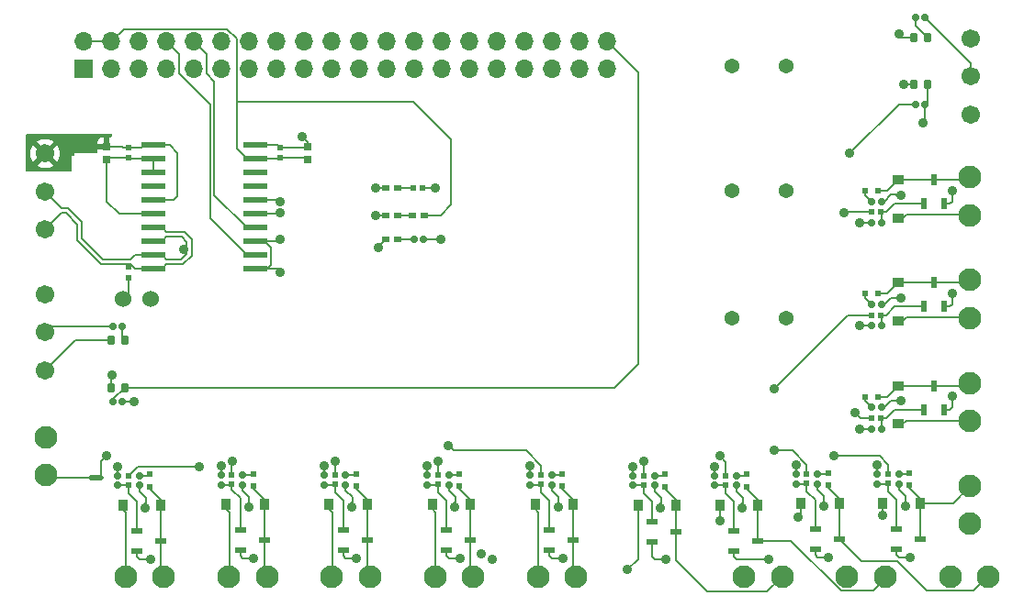
<source format=gtl>
G04 #@! TF.GenerationSoftware,KiCad,Pcbnew,8.0.4*
G04 #@! TF.CreationDate,2024-09-09T22:35:46-05:00*
G04 #@! TF.ProjectId,TPM-IO-BOARD,54504d2d-494f-42d4-924f-4152442e6b69,rev?*
G04 #@! TF.SameCoordinates,Original*
G04 #@! TF.FileFunction,Copper,L1,Top*
G04 #@! TF.FilePolarity,Positive*
%FSLAX46Y46*%
G04 Gerber Fmt 4.6, Leading zero omitted, Abs format (unit mm)*
G04 Created by KiCad (PCBNEW 8.0.4) date 2024-09-09 22:35:46*
%MOMM*%
%LPD*%
G01*
G04 APERTURE LIST*
G04 Aperture macros list*
%AMRoundRect*
0 Rectangle with rounded corners*
0 $1 Rounding radius*
0 $2 $3 $4 $5 $6 $7 $8 $9 X,Y pos of 4 corners*
0 Add a 4 corners polygon primitive as box body*
4,1,4,$2,$3,$4,$5,$6,$7,$8,$9,$2,$3,0*
0 Add four circle primitives for the rounded corners*
1,1,$1+$1,$2,$3*
1,1,$1+$1,$4,$5*
1,1,$1+$1,$6,$7*
1,1,$1+$1,$8,$9*
0 Add four rect primitives between the rounded corners*
20,1,$1+$1,$2,$3,$4,$5,0*
20,1,$1+$1,$4,$5,$6,$7,0*
20,1,$1+$1,$6,$7,$8,$9,0*
20,1,$1+$1,$8,$9,$2,$3,0*%
G04 Aperture macros list end*
G04 #@! TA.AperFunction,EtchedComponent*
%ADD10C,0.000000*%
G04 #@! TD*
G04 #@! TA.AperFunction,ComponentPad*
%ADD11C,1.524000*%
G04 #@! TD*
G04 #@! TA.AperFunction,ComponentPad*
%ADD12C,1.371600*%
G04 #@! TD*
G04 #@! TA.AperFunction,SMDPad,CuDef*
%ADD13R,0.596900X0.609600*%
G04 #@! TD*
G04 #@! TA.AperFunction,SMDPad,CuDef*
%ADD14RoundRect,0.158750X-0.158750X-0.158750X0.158750X-0.158750X0.158750X0.158750X-0.158750X0.158750X0*%
G04 #@! TD*
G04 #@! TA.AperFunction,SMDPad,CuDef*
%ADD15R,1.130000X0.920000*%
G04 #@! TD*
G04 #@! TA.AperFunction,ComponentPad*
%ADD16C,2.100000*%
G04 #@! TD*
G04 #@! TA.AperFunction,SMDPad,CuDef*
%ADD17R,0.609600X0.596900*%
G04 #@! TD*
G04 #@! TA.AperFunction,SMDPad,CuDef*
%ADD18RoundRect,0.175000X-0.175000X0.275000X-0.175000X-0.275000X0.175000X-0.275000X0.175000X0.275000X0*%
G04 #@! TD*
G04 #@! TA.AperFunction,SMDPad,CuDef*
%ADD19RoundRect,0.158750X0.158750X-0.158750X0.158750X0.158750X-0.158750X0.158750X-0.158750X-0.158750X0*%
G04 #@! TD*
G04 #@! TA.AperFunction,SMDPad,CuDef*
%ADD20R,0.540000X0.600000*%
G04 #@! TD*
G04 #@! TA.AperFunction,SMDPad,CuDef*
%ADD21R,0.920000X1.130000*%
G04 #@! TD*
G04 #@! TA.AperFunction,SMDPad,CuDef*
%ADD22R,0.500000X0.475000*%
G04 #@! TD*
G04 #@! TA.AperFunction,SMDPad,CuDef*
%ADD23C,0.500000*%
G04 #@! TD*
G04 #@! TA.AperFunction,SMDPad,CuDef*
%ADD24R,1.050000X0.600000*%
G04 #@! TD*
G04 #@! TA.AperFunction,SMDPad,CuDef*
%ADD25R,0.600000X0.540000*%
G04 #@! TD*
G04 #@! TA.AperFunction,SMDPad,CuDef*
%ADD26R,2.283478X0.622132*%
G04 #@! TD*
G04 #@! TA.AperFunction,SMDPad,CuDef*
%ADD27R,0.711200X0.609600*%
G04 #@! TD*
G04 #@! TA.AperFunction,SMDPad,CuDef*
%ADD28R,0.711200X0.711200*%
G04 #@! TD*
G04 #@! TA.AperFunction,ComponentPad*
%ADD29C,1.701800*%
G04 #@! TD*
G04 #@! TA.AperFunction,SMDPad,CuDef*
%ADD30RoundRect,0.158750X-0.158750X0.158750X-0.158750X-0.158750X0.158750X-0.158750X0.158750X0.158750X0*%
G04 #@! TD*
G04 #@! TA.AperFunction,SMDPad,CuDef*
%ADD31R,0.600000X1.050000*%
G04 #@! TD*
G04 #@! TA.AperFunction,SMDPad,CuDef*
%ADD32R,0.549999X0.503199*%
G04 #@! TD*
G04 #@! TA.AperFunction,SMDPad,CuDef*
%ADD33R,0.660400X0.508000*%
G04 #@! TD*
G04 #@! TA.AperFunction,ComponentPad*
%ADD34R,1.700000X1.700000*%
G04 #@! TD*
G04 #@! TA.AperFunction,ComponentPad*
%ADD35O,1.700000X1.700000*%
G04 #@! TD*
G04 #@! TA.AperFunction,ViaPad*
%ADD36C,0.900000*%
G04 #@! TD*
G04 #@! TA.AperFunction,Conductor*
%ADD37C,0.200000*%
G04 #@! TD*
G04 APERTURE END LIST*
D10*
G04 #@! TA.AperFunction,EtchedComponent*
G36*
X110000000Y-86750000D02*
G01*
X109000000Y-86750000D01*
X109000000Y-86250000D01*
X110000000Y-86250000D01*
X110000000Y-86750000D01*
G37*
G04 #@! TD.AperFunction*
D11*
X114540000Y-70000000D03*
X112000000Y-70000000D03*
D12*
X168166750Y-60000000D03*
X173166750Y-60000000D03*
D13*
X181552450Y-79019583D03*
X180447550Y-79019583D03*
D14*
X121028489Y-86255336D03*
X121028489Y-87144336D03*
D15*
X183427967Y-62500000D03*
X183427967Y-59000000D03*
D16*
X188250000Y-95600000D03*
X191750000Y-95600000D03*
D17*
X142980417Y-87230417D03*
X142980417Y-86125517D03*
D18*
X186135000Y-45825000D03*
X184865000Y-45825000D03*
X184865000Y-50175000D03*
X186135000Y-50175000D03*
D19*
X181005336Y-72471511D03*
X181894336Y-72471511D03*
D14*
X132528489Y-86255336D03*
X132528489Y-87144336D03*
D20*
X181017836Y-71471511D03*
X181881836Y-71471511D03*
D21*
X121500000Y-88927967D03*
X125000000Y-88927967D03*
D22*
X112500000Y-68012000D03*
X112500000Y-66988000D03*
D23*
X110000000Y-86500000D03*
X109000000Y-86500000D03*
D24*
X160772564Y-90550000D03*
X160772564Y-92450000D03*
X162972564Y-91500000D03*
D17*
X114451928Y-87302450D03*
X114451928Y-86197550D03*
D16*
X178750000Y-95600000D03*
X182250000Y-95600000D03*
D25*
X182527436Y-86180048D03*
X182527436Y-87044048D03*
D19*
X111055500Y-79500000D03*
X111944500Y-79500000D03*
D14*
X181527436Y-86167548D03*
X181527436Y-87056548D03*
X123028489Y-86255336D03*
X123028489Y-87144336D03*
D26*
X124225149Y-67215000D03*
X124225149Y-65945000D03*
X124225149Y-64675000D03*
X124225149Y-63405000D03*
X124225149Y-62135000D03*
X124225149Y-60865000D03*
X124225149Y-59595000D03*
X124225149Y-58325000D03*
X124225149Y-57055000D03*
X124225149Y-55785000D03*
X114774851Y-55785000D03*
X114774851Y-57055000D03*
X114774851Y-58325000D03*
X114774851Y-59595000D03*
X114774851Y-60865000D03*
X114774851Y-62135000D03*
X114774851Y-63405000D03*
X114774851Y-64675000D03*
X114774851Y-65945000D03*
X114774851Y-67215000D03*
D27*
X136203900Y-59750000D03*
X137296100Y-59750000D03*
D24*
X132301053Y-91296556D03*
X132301053Y-93196556D03*
X134501053Y-92246556D03*
D19*
X181005336Y-60971511D03*
X181894336Y-60971511D03*
D14*
X140028489Y-86255336D03*
X140028489Y-87144336D03*
D16*
X190100000Y-62250000D03*
X190100000Y-58750000D03*
D28*
X129000000Y-57096900D03*
X129000000Y-55903100D03*
D29*
X104823590Y-56567399D03*
X104823590Y-60067400D03*
X104823590Y-63567400D03*
D17*
X176980417Y-87142629D03*
X176980417Y-86037729D03*
D24*
X168301053Y-91368589D03*
X168301053Y-93268589D03*
X170501053Y-92318589D03*
D14*
X149528489Y-86255336D03*
X149528489Y-87144336D03*
D25*
X160000000Y-86339869D03*
X160000000Y-87203869D03*
D16*
X131250000Y-95600000D03*
X134750000Y-95600000D03*
D30*
X111944500Y-72500000D03*
X111055500Y-72500000D03*
D25*
X122028489Y-86267836D03*
X122028489Y-87131836D03*
D31*
X185796556Y-70698947D03*
X187696556Y-70698947D03*
X186746556Y-68498947D03*
D13*
X181552450Y-60000000D03*
X180447550Y-60000000D03*
D21*
X150000000Y-88927967D03*
X153500000Y-88927967D03*
D16*
X121750000Y-95600000D03*
X125250000Y-95600000D03*
D12*
X168166750Y-48500000D03*
X173166750Y-48500000D03*
D21*
X140500000Y-88927967D03*
X144000000Y-88927967D03*
D19*
X181005336Y-79971511D03*
X181894336Y-79971511D03*
D16*
X190100000Y-90750000D03*
X190100000Y-87250000D03*
D31*
X185796556Y-61198947D03*
X187696556Y-61198947D03*
X186746556Y-58998947D03*
D14*
X151528489Y-86255336D03*
X151528489Y-87144336D03*
X161000000Y-86327369D03*
X161000000Y-87216369D03*
D24*
X151301053Y-91296556D03*
X151301053Y-93196556D03*
X153501053Y-92246556D03*
D12*
X168166750Y-71750000D03*
X173166750Y-71750000D03*
D29*
X104823590Y-69567399D03*
X104823590Y-73067400D03*
X104823590Y-76567400D03*
D14*
X176028489Y-86167548D03*
X176028489Y-87056548D03*
D32*
X126500000Y-56976599D03*
X126500000Y-56023401D03*
X112500000Y-56976599D03*
X112500000Y-56023401D03*
D14*
X111500000Y-86327369D03*
X111500000Y-87216369D03*
D16*
X190100000Y-81250000D03*
X190100000Y-77750000D03*
D20*
X181017836Y-61971511D03*
X181881836Y-61971511D03*
D27*
X136203900Y-64500000D03*
X137296100Y-64500000D03*
D16*
X150250000Y-95600000D03*
X153750000Y-95600000D03*
D24*
X183300000Y-91208768D03*
X183300000Y-93108768D03*
X185500000Y-92158768D03*
D21*
X111971511Y-89000000D03*
X115471511Y-89000000D03*
D24*
X122801053Y-91296556D03*
X122801053Y-93196556D03*
X125001053Y-92246556D03*
D25*
X150528489Y-86267836D03*
X150528489Y-87131836D03*
D24*
X141801053Y-91296556D03*
X141801053Y-93196556D03*
X144001053Y-92246556D03*
D19*
X181005336Y-81971511D03*
X181894336Y-81971511D03*
D14*
X130528489Y-86255336D03*
X130528489Y-87144336D03*
D25*
X131528489Y-86267836D03*
X131528489Y-87131836D03*
D21*
X167000000Y-89000000D03*
X170500000Y-89000000D03*
D14*
X142028489Y-86255336D03*
X142028489Y-87144336D03*
D17*
X184479364Y-87142629D03*
X184479364Y-86037729D03*
D14*
X113500000Y-86327369D03*
X113500000Y-87216369D03*
D17*
X169480417Y-87302450D03*
X169480417Y-86197550D03*
D21*
X181998947Y-88840179D03*
X185498947Y-88840179D03*
D16*
X169250000Y-95600000D03*
X172750000Y-95600000D03*
D27*
X136203900Y-62250000D03*
X137296100Y-62250000D03*
D25*
X141028489Y-86267836D03*
X141028489Y-87131836D03*
X175028489Y-86180048D03*
X175028489Y-87044048D03*
D16*
X140750000Y-95600000D03*
X144250000Y-95600000D03*
D17*
X161951928Y-87302450D03*
X161951928Y-86197550D03*
D21*
X131000000Y-88927967D03*
X134500000Y-88927967D03*
D25*
X167528489Y-86339869D03*
X167528489Y-87203869D03*
D16*
X190100000Y-71750000D03*
X190100000Y-68250000D03*
D24*
X113272564Y-91368589D03*
X113272564Y-93268589D03*
X115472564Y-92318589D03*
D19*
X181005336Y-62971511D03*
X181894336Y-62971511D03*
D14*
X174028489Y-86167548D03*
X174028489Y-87056548D03*
X166528489Y-86327369D03*
X166528489Y-87216369D03*
D17*
X133480417Y-87230417D03*
X133480417Y-86125517D03*
D29*
X190176410Y-52932601D03*
X190176410Y-49432600D03*
X190176410Y-45932600D03*
D15*
X183427967Y-81500000D03*
X183427967Y-78000000D03*
D14*
X183527436Y-86167548D03*
X183527436Y-87056548D03*
D16*
X104900000Y-82750000D03*
X104900000Y-86250000D03*
D14*
X168528489Y-86327369D03*
X168528489Y-87216369D03*
D19*
X181005336Y-70471511D03*
X181894336Y-70471511D03*
D13*
X181552450Y-69519583D03*
X180447550Y-69519583D03*
D24*
X175801053Y-91208768D03*
X175801053Y-93108768D03*
X178001053Y-92158768D03*
D21*
X174500000Y-88840179D03*
X178000000Y-88840179D03*
D17*
X123980417Y-87230417D03*
X123980417Y-86125517D03*
D15*
X183427967Y-72000000D03*
X183427967Y-68500000D03*
D19*
X138805500Y-64500000D03*
X139694500Y-64500000D03*
D28*
X110500000Y-57096900D03*
X110500000Y-55903100D03*
D19*
X185055500Y-44000000D03*
X185944500Y-44000000D03*
D16*
X112250000Y-95600000D03*
X115750000Y-95600000D03*
D25*
X112500000Y-86339869D03*
X112500000Y-87203869D03*
D14*
X159000000Y-86327369D03*
X159000000Y-87216369D03*
D17*
X152480417Y-87230417D03*
X152480417Y-86125517D03*
D31*
X185796556Y-80198947D03*
X187696556Y-80198947D03*
X186746556Y-77998947D03*
D21*
X159471511Y-89000000D03*
X162971511Y-89000000D03*
D20*
X181017836Y-80971511D03*
X181881836Y-80971511D03*
D33*
X139808800Y-62250000D03*
X138691200Y-62250000D03*
D18*
X112135000Y-73825000D03*
X110865000Y-73825000D03*
X110865000Y-78175000D03*
X112135000Y-78175000D03*
D20*
X138750000Y-59750000D03*
X139614000Y-59750000D03*
D30*
X185944500Y-52000000D03*
X185055500Y-52000000D03*
D34*
X108370000Y-48770000D03*
D35*
X108370000Y-46230000D03*
X110910000Y-48770000D03*
X110910000Y-46230000D03*
X113450000Y-48770000D03*
X113450000Y-46230000D03*
X115990000Y-48770000D03*
X115990000Y-46230000D03*
X118530000Y-48770000D03*
X118530000Y-46230000D03*
X121070000Y-48770000D03*
X121070000Y-46230000D03*
X123610000Y-48770000D03*
X123610000Y-46230000D03*
X126150000Y-48770000D03*
X126150000Y-46230000D03*
X128690000Y-48770000D03*
X128690000Y-46230000D03*
X131230000Y-48770000D03*
X131230000Y-46230000D03*
X133770000Y-48770000D03*
X133770000Y-46230000D03*
X136310000Y-48770000D03*
X136310000Y-46230000D03*
X138850000Y-48770000D03*
X138850000Y-46230000D03*
X141390000Y-48770000D03*
X141390000Y-46230000D03*
X143930000Y-48770000D03*
X143930000Y-46230000D03*
X146470000Y-48770000D03*
X146470000Y-46230000D03*
X149010000Y-48770000D03*
X149010000Y-46230000D03*
X151550000Y-48770000D03*
X151550000Y-46230000D03*
X154090000Y-48770000D03*
X154090000Y-46230000D03*
X156630000Y-48770000D03*
X156630000Y-46230000D03*
D36*
X111500000Y-85500000D03*
X179927967Y-81971511D03*
X166528489Y-85500000D03*
X111000000Y-77000000D03*
X140028489Y-85427967D03*
X179927967Y-62971511D03*
X135250000Y-59750000D03*
X179927967Y-72471511D03*
X121028489Y-85427967D03*
X128500000Y-55000000D03*
X110500000Y-84500000D03*
X174028489Y-85340179D03*
X184000000Y-50175000D03*
X181527436Y-85340179D03*
X159000000Y-85500000D03*
X149528489Y-85427967D03*
X126500000Y-61000000D03*
X130528489Y-85427967D03*
X135250000Y-62250000D03*
X126500000Y-62000000D03*
X122035146Y-84984518D03*
X119000000Y-85500000D03*
X131535146Y-84984518D03*
X141035146Y-84984518D03*
X142000000Y-83500000D03*
X160000000Y-85000000D03*
X167000000Y-84500000D03*
X172000000Y-84000000D03*
X177500000Y-84500000D03*
X179500000Y-80500000D03*
X172000000Y-78250000D03*
X178500000Y-62000000D03*
X185750000Y-53750000D03*
X140750000Y-59750000D03*
X126500000Y-64500000D03*
X179000000Y-56500000D03*
X113000000Y-79500000D03*
X126500000Y-67500000D03*
X158500000Y-95000000D03*
X146000000Y-94000000D03*
X142597157Y-89179577D03*
X169097157Y-89251610D03*
X114068668Y-89251610D03*
X184096104Y-89091789D03*
X176597157Y-89091789D03*
X183679577Y-69902843D03*
X123597157Y-89179577D03*
X174251915Y-90174577D03*
X152097157Y-89179577D03*
X183679577Y-79402843D03*
X182000000Y-90000000D03*
X133097157Y-89179577D03*
X161568668Y-89251610D03*
X167000000Y-90500000D03*
X183679577Y-60402843D03*
X141250000Y-64500000D03*
X117580222Y-65436627D03*
X114500000Y-94000000D03*
X145000000Y-93500000D03*
X171500000Y-94000000D03*
X184527436Y-93840179D03*
X188427967Y-69471511D03*
X124028489Y-93927967D03*
X135500000Y-65250000D03*
X188427967Y-59971511D03*
X152528489Y-93927967D03*
X188427967Y-78971511D03*
X177028489Y-93840179D03*
X133528489Y-93927967D03*
X143028489Y-93927967D03*
X162000000Y-94000000D03*
X183500000Y-45500000D03*
D37*
X184000000Y-50175000D02*
X184865000Y-50175000D01*
X126365000Y-62135000D02*
X126500000Y-62000000D01*
X110865000Y-78175000D02*
X110865000Y-77135000D01*
X126500000Y-56023401D02*
X128879699Y-56023401D01*
X129000000Y-55500000D02*
X128500000Y-55000000D01*
X181527436Y-86167548D02*
X181527436Y-85340179D01*
X149528489Y-86255336D02*
X149528489Y-85427967D01*
X121028489Y-86255336D02*
X121028489Y-85427967D01*
X126261599Y-55785000D02*
X126500000Y-56023401D01*
X181005336Y-62971511D02*
X179927967Y-62971511D01*
X166528489Y-86327369D02*
X166528489Y-85500000D01*
X135953900Y-59750000D02*
X135250000Y-59750000D01*
X124225149Y-55785000D02*
X126261599Y-55785000D01*
X159000000Y-86327369D02*
X159000000Y-85500000D01*
X130528489Y-86255336D02*
X130528489Y-85427967D01*
X135250000Y-59750000D02*
X135000000Y-59750000D01*
X128879699Y-56023401D02*
X129000000Y-55903100D01*
X110865000Y-77135000D02*
X111000000Y-77000000D01*
X126365000Y-60865000D02*
X126500000Y-61000000D01*
X111500000Y-86327369D02*
X111500000Y-85500000D01*
X110000000Y-85000000D02*
X110500000Y-84500000D01*
X110000000Y-86500000D02*
X110000000Y-85000000D01*
X181005336Y-81971511D02*
X179927967Y-81971511D01*
X129000000Y-55903100D02*
X129000000Y-55500000D01*
X174028489Y-86167548D02*
X174028489Y-85340179D01*
X124225149Y-60865000D02*
X126365000Y-60865000D01*
X136203900Y-62250000D02*
X135250000Y-62250000D01*
X124225149Y-62135000D02*
X126365000Y-62135000D01*
X140028489Y-85427967D02*
X140028489Y-86255336D01*
X181005336Y-72471511D02*
X179927967Y-72471511D01*
X120000000Y-52000000D02*
X117140000Y-49140000D01*
X123394476Y-65945000D02*
X120000000Y-62550524D01*
X120000000Y-62550524D02*
X120000000Y-52000000D01*
X124225149Y-65945000D02*
X123394476Y-65945000D01*
X117140000Y-47380000D02*
X115990000Y-46230000D01*
X117140000Y-49140000D02*
X117140000Y-47380000D01*
X123394476Y-63405000D02*
X120400000Y-60410524D01*
X120400000Y-60410524D02*
X120400000Y-49900000D01*
X119680000Y-49180000D02*
X119680000Y-47380000D01*
X124225149Y-63405000D02*
X123394476Y-63405000D01*
X120400000Y-49900000D02*
X119680000Y-49180000D01*
X119680000Y-47380000D02*
X118530000Y-46230000D01*
X122028489Y-84991175D02*
X122035146Y-84984518D01*
X122028489Y-86267836D02*
X122028489Y-84991175D01*
X119000000Y-85500000D02*
X113339869Y-85500000D01*
X113339869Y-85500000D02*
X112500000Y-86339869D01*
X131528489Y-86267836D02*
X131528489Y-84991175D01*
X131528489Y-84991175D02*
X131535146Y-84984518D01*
X141035146Y-84984518D02*
X141035146Y-86261179D01*
X141028489Y-84991175D02*
X141035146Y-84984518D01*
X141035146Y-86261179D02*
X141028489Y-86267836D01*
X142000000Y-83500000D02*
X142489820Y-83989820D01*
X150528489Y-86267836D02*
X150528489Y-85367306D01*
X142489820Y-83989820D02*
X149151003Y-83989820D01*
X149151003Y-83989820D02*
X150528489Y-85367306D01*
X160000000Y-86339869D02*
X160000000Y-85000000D01*
X167528489Y-85028489D02*
X167000000Y-84500000D01*
X167528489Y-86339869D02*
X167528489Y-85028489D01*
X173748971Y-84000000D02*
X172000000Y-84000000D01*
X175028489Y-85279518D02*
X175028489Y-86180048D01*
X175028489Y-85279518D02*
X173748971Y-84000000D01*
X181747918Y-84500000D02*
X177500000Y-84500000D01*
X182527436Y-86180048D02*
X182527436Y-85279518D01*
X182527436Y-85279518D02*
X181747918Y-84500000D01*
X181017836Y-80971511D02*
X179971511Y-80971511D01*
X179971511Y-80971511D02*
X179500000Y-80500000D01*
X172000000Y-78250000D02*
X178778489Y-71471511D01*
X178778489Y-71471511D02*
X181017836Y-71471511D01*
X178528489Y-61971511D02*
X178500000Y-62000000D01*
X181017836Y-61971511D02*
X178528489Y-61971511D01*
X186135000Y-51809500D02*
X185944500Y-52000000D01*
X185944500Y-52000000D02*
X185944500Y-53555500D01*
X185944500Y-53555500D02*
X185750000Y-53750000D01*
X186135000Y-50175000D02*
X186135000Y-51809500D01*
X159500000Y-49100000D02*
X156630000Y-46230000D01*
X111055500Y-79500000D02*
X111055500Y-79254500D01*
X112135000Y-78175000D02*
X157325000Y-78175000D01*
X159500000Y-76000000D02*
X159500000Y-49100000D01*
X157325000Y-78175000D02*
X159500000Y-76000000D01*
X111055500Y-79254500D02*
X112135000Y-78175000D01*
X142250000Y-61250000D02*
X141250000Y-62250000D01*
X141250000Y-62250000D02*
X139808800Y-62250000D01*
X122460000Y-51750000D02*
X122460000Y-45960000D01*
X124225149Y-57055000D02*
X126421599Y-57055000D01*
X142250000Y-55250000D02*
X142250000Y-61250000D01*
X138750000Y-51750000D02*
X142250000Y-55250000D01*
X123394476Y-57055000D02*
X122460000Y-56120524D01*
X122460000Y-51750000D02*
X138750000Y-51750000D01*
X122460000Y-56120524D02*
X122460000Y-51750000D01*
X110910000Y-46230000D02*
X112060000Y-45080000D01*
X122460000Y-45960000D02*
X121580000Y-45080000D01*
X126500000Y-56976599D02*
X128879699Y-56976599D01*
X126421599Y-57055000D02*
X126500000Y-56976599D01*
X121580000Y-45080000D02*
X112060000Y-45080000D01*
X128879699Y-56976599D02*
X129000000Y-57096900D01*
X108370000Y-46230000D02*
X110910000Y-46230000D01*
X124225149Y-57055000D02*
X123394476Y-57055000D01*
X185055500Y-52000000D02*
X183500000Y-52000000D01*
X125666888Y-65286066D02*
X125055822Y-64675000D01*
X139614000Y-59750000D02*
X140750000Y-59750000D01*
X124225149Y-67215000D02*
X126215000Y-67215000D01*
X124225149Y-67215000D02*
X125285000Y-67215000D01*
X125285000Y-67215000D02*
X125666888Y-66833112D01*
X183500000Y-52000000D02*
X179000000Y-56500000D01*
X111944500Y-79500000D02*
X113000000Y-79500000D01*
X125666888Y-66833112D02*
X125666888Y-65286066D01*
X126325000Y-64675000D02*
X126500000Y-64500000D01*
X126215000Y-67215000D02*
X126500000Y-67500000D01*
X124225149Y-64675000D02*
X126325000Y-64675000D01*
X125055822Y-64675000D02*
X124225149Y-64675000D01*
X159471511Y-89000000D02*
X159471511Y-94028489D01*
X139694500Y-64500000D02*
X141250000Y-64500000D01*
X142028489Y-87711835D02*
X142624115Y-88307461D01*
X161000000Y-87466369D02*
X161000000Y-87783868D01*
X184096104Y-89091789D02*
X184123062Y-89091789D01*
X152097157Y-89179577D02*
X152124115Y-89179577D01*
X184177967Y-71721511D02*
X190027967Y-71721511D01*
X184123062Y-88219673D02*
X184096104Y-89091789D01*
X181998947Y-89998947D02*
X182000000Y-90000000D01*
X176624115Y-88219673D02*
X176597157Y-89091789D01*
X142597157Y-89179577D02*
X142624115Y-89179577D01*
X113500000Y-87466369D02*
X113500000Y-87783868D01*
X133097157Y-89179577D02*
X133124115Y-89179577D01*
X111971511Y-89000000D02*
X111971511Y-89471511D01*
X183679577Y-60402843D02*
X183679577Y-60375885D01*
X181894336Y-70471511D02*
X181899478Y-70471511D01*
X176028489Y-87306548D02*
X176028489Y-87311690D01*
X182807461Y-60375885D02*
X183679577Y-60402843D01*
X121500000Y-88927967D02*
X121500000Y-89399478D01*
X178303737Y-95414931D02*
X178278489Y-95440179D01*
X114068668Y-89251610D02*
X114095626Y-89251610D01*
X183427967Y-81500000D02*
X183899478Y-81500000D01*
X183899478Y-62500000D02*
X184177967Y-62221511D01*
X183527436Y-87306548D02*
X183527436Y-87624047D01*
X142624115Y-88307461D02*
X142597157Y-89179577D01*
X174500000Y-88840179D02*
X174500000Y-89926492D01*
X174500000Y-88840179D02*
X174500000Y-89311690D01*
X123028489Y-87394336D02*
X123028489Y-87711835D01*
X152124115Y-88307461D02*
X152097157Y-89179577D01*
X151528489Y-87394336D02*
X151528489Y-87711835D01*
X161000000Y-87783868D02*
X161595626Y-88379494D01*
X182807461Y-69875885D02*
X183679577Y-69902843D01*
X159471511Y-94028489D02*
X158500000Y-95000000D01*
X151528489Y-87394336D02*
X151528489Y-87399478D01*
X133124115Y-88307461D02*
X133097157Y-89179577D01*
X176028489Y-87306548D02*
X176028489Y-87624047D01*
X140500000Y-88927967D02*
X140500000Y-89399478D01*
X183427967Y-62500000D02*
X183899478Y-62500000D01*
X123028489Y-87394336D02*
X123028489Y-87399478D01*
X168528489Y-87466369D02*
X168528489Y-87783868D01*
X150000000Y-89399478D02*
X150278489Y-89677967D01*
X142028489Y-87394336D02*
X142028489Y-87399478D01*
X112250000Y-89750000D02*
X112250000Y-95600000D01*
X113500000Y-87783868D02*
X114095626Y-88379494D01*
X167000000Y-89000000D02*
X167000000Y-90500000D01*
X182211835Y-79971511D02*
X182807461Y-79375885D01*
X183899478Y-72000000D02*
X184177967Y-71721511D01*
X178001053Y-95162743D02*
X178278489Y-95440179D01*
X123028489Y-87711835D02*
X123624115Y-88307461D01*
X113500000Y-87466369D02*
X113500000Y-87471511D01*
X131278489Y-89677967D02*
X131278489Y-95527967D01*
X181894336Y-60971511D02*
X182211835Y-60971511D01*
X181998947Y-88840179D02*
X181998947Y-89998947D01*
X161568668Y-89251610D02*
X161595626Y-89251610D01*
X131000000Y-88927967D02*
X131000000Y-89399478D01*
X132528489Y-87711835D02*
X133124115Y-88307461D01*
X140778489Y-89677967D02*
X140778489Y-95527967D01*
X183527436Y-87624047D02*
X184123062Y-88219673D01*
X111971511Y-89471511D02*
X112250000Y-89750000D01*
X121500000Y-89399478D02*
X121778489Y-89677967D01*
X184177967Y-62221511D02*
X190027967Y-62221511D01*
X123624115Y-88307461D02*
X123597157Y-89179577D01*
X131000000Y-89399478D02*
X131278489Y-89677967D01*
X169097157Y-89251610D02*
X169124115Y-89251610D01*
X183679577Y-69902843D02*
X183679577Y-69875885D01*
X182211835Y-60971511D02*
X182807461Y-60375885D01*
X176028489Y-87624047D02*
X176624115Y-88219673D01*
X183679577Y-79402843D02*
X183679577Y-79375885D01*
X114095626Y-88379494D02*
X114068668Y-89251610D01*
X169124115Y-88379494D02*
X169097157Y-89251610D01*
X168528489Y-87466369D02*
X168528489Y-87471511D01*
X182211835Y-70471511D02*
X182807461Y-69875885D01*
X123597157Y-89179577D02*
X123624115Y-89179577D01*
X132528489Y-87394336D02*
X132528489Y-87711835D01*
X174500000Y-89926492D02*
X174251915Y-90174577D01*
X176597157Y-89091789D02*
X176624115Y-89091789D01*
X150278489Y-89677967D02*
X150278489Y-95527967D01*
X121778489Y-89677967D02*
X121778489Y-95527967D01*
X132528489Y-87394336D02*
X132528489Y-87399478D01*
X142028489Y-87394336D02*
X142028489Y-87711835D01*
X181894336Y-79971511D02*
X181899478Y-79971511D01*
X161595626Y-88379494D02*
X161568668Y-89251610D01*
X181894336Y-70471511D02*
X182211835Y-70471511D01*
X183427967Y-72000000D02*
X183899478Y-72000000D01*
X161000000Y-87466369D02*
X161000000Y-87471511D01*
X181894336Y-60971511D02*
X181899478Y-60971511D01*
X151528489Y-87711835D02*
X152124115Y-88307461D01*
X181894336Y-79971511D02*
X182211835Y-79971511D01*
X182807461Y-79375885D02*
X183679577Y-79402843D01*
X140500000Y-89399478D02*
X140778489Y-89677967D01*
X150000000Y-88927967D02*
X150000000Y-89399478D01*
X183899478Y-81500000D02*
X184177967Y-81221511D01*
X184177967Y-81221511D02*
X190027967Y-81221511D01*
X183527436Y-87306548D02*
X183527436Y-87311690D01*
X168528489Y-87783868D02*
X169124115Y-88379494D01*
X115472564Y-92318589D02*
X115472564Y-89001053D01*
X115471511Y-89000000D02*
X115471511Y-88572033D01*
X115472564Y-92318589D02*
X115472564Y-95322564D01*
X115471511Y-88572033D02*
X114451928Y-87552450D01*
X115472564Y-89001053D02*
X115471511Y-89000000D01*
X115472564Y-95322564D02*
X115750000Y-95600000D01*
X115775248Y-95574752D02*
X115750000Y-95600000D01*
X125001053Y-95351053D02*
X125250000Y-95600000D01*
X125000000Y-88927967D02*
X125000000Y-88500000D01*
X125001053Y-92246556D02*
X125001053Y-95351053D01*
X125001053Y-88929020D02*
X125001053Y-92246556D01*
X125000000Y-88927967D02*
X125001053Y-88929020D01*
X125000000Y-88500000D02*
X123980417Y-87480417D01*
X125303737Y-95502719D02*
X125278489Y-95527967D01*
X125001053Y-95250531D02*
X125278489Y-95527967D01*
X134500000Y-88500000D02*
X133480417Y-87480417D01*
X134501053Y-88929020D02*
X134500000Y-88927967D01*
X134501053Y-95250531D02*
X134778489Y-95527967D01*
X134803737Y-95502719D02*
X134778489Y-95527967D01*
X134501053Y-92246556D02*
X134501053Y-95250531D01*
X134501053Y-92246556D02*
X134501053Y-88929020D01*
X134500000Y-88927967D02*
X134500000Y-88500000D01*
X144001053Y-95250531D02*
X144278489Y-95527967D01*
X144303737Y-95502719D02*
X144278489Y-95527967D01*
X144000000Y-88927967D02*
X144000000Y-88500000D01*
X144001053Y-92246556D02*
X144001053Y-95250531D01*
X144000000Y-88500000D02*
X142980417Y-87480417D01*
X144001053Y-92246556D02*
X144001053Y-88929020D01*
X144001053Y-88929020D02*
X144000000Y-88927967D01*
X153501053Y-88929020D02*
X153500000Y-88927967D01*
X153500000Y-88500000D02*
X152480417Y-87480417D01*
X153803737Y-95502719D02*
X153778489Y-95527967D01*
X153500000Y-88927967D02*
X153500000Y-88500000D01*
X153501053Y-92246556D02*
X153501053Y-95250531D01*
X153501053Y-95250531D02*
X153778489Y-95527967D01*
X153501053Y-92246556D02*
X153501053Y-88929020D01*
X162972564Y-92318589D02*
X162972564Y-89001053D01*
X171350000Y-97000000D02*
X172750000Y-95600000D01*
X165884467Y-97000000D02*
X171350000Y-97000000D01*
X162971511Y-89000000D02*
X162971511Y-88572033D01*
X162972564Y-92318589D02*
X162972564Y-94088097D01*
X162972564Y-89001053D02*
X162971511Y-89000000D01*
X162971511Y-88572033D02*
X161951928Y-87552450D01*
X162972564Y-94088097D02*
X165884467Y-97000000D01*
X110620301Y-56976599D02*
X110500000Y-57096900D01*
X114774851Y-58325000D02*
X114774851Y-57055000D01*
X111635000Y-62135000D02*
X110500000Y-61000000D01*
X112500000Y-56976599D02*
X110620301Y-56976599D01*
X112578401Y-57055000D02*
X112500000Y-56976599D01*
X111635000Y-62135000D02*
X114774851Y-62135000D01*
X114774851Y-57055000D02*
X112578401Y-57055000D01*
X110500000Y-61000000D02*
X110500000Y-57096900D01*
X113705777Y-56023401D02*
X112500000Y-56023401D01*
X111903100Y-55903100D02*
X110500000Y-55903100D01*
X113944178Y-55785000D02*
X113705777Y-56023401D01*
X116285000Y-55785000D02*
X117000000Y-56500000D01*
X114774851Y-55785000D02*
X116285000Y-55785000D01*
X112023401Y-56023401D02*
X111903100Y-55903100D01*
X116635000Y-60865000D02*
X117000000Y-60500000D01*
X114774851Y-60865000D02*
X116635000Y-60865000D01*
X112500000Y-56023401D02*
X112023401Y-56023401D01*
X117000000Y-60500000D02*
X117000000Y-56500000D01*
X114774851Y-55785000D02*
X113944178Y-55785000D01*
X112000000Y-70000000D02*
X112500000Y-69500000D01*
X112500000Y-69500000D02*
X112500000Y-68012000D01*
X106910599Y-61592399D02*
X108225000Y-62906800D01*
X113062242Y-65945000D02*
X114774851Y-65945000D01*
X115605524Y-64675000D02*
X114774851Y-64675000D01*
X108225000Y-64406800D02*
X110173200Y-66355000D01*
X116015524Y-64265000D02*
X115605524Y-64675000D01*
X104823590Y-60067400D02*
X106348589Y-61592399D01*
X117446800Y-64265000D02*
X116015524Y-64265000D01*
X117326800Y-66355000D02*
X117880222Y-65801578D01*
X112652242Y-66355000D02*
X113062242Y-65945000D01*
X106348589Y-61592399D02*
X106910599Y-61592399D01*
X117880222Y-64698422D02*
X117446800Y-64265000D01*
X108225000Y-62906800D02*
X108225000Y-64406800D01*
X115605524Y-65945000D02*
X116015524Y-66355000D01*
X114774851Y-65945000D02*
X115605524Y-65945000D01*
X117880222Y-65801578D02*
X117880222Y-64698422D01*
X110173200Y-66355000D02*
X111500000Y-66355000D01*
X116015524Y-66355000D02*
X117326800Y-66355000D01*
X111500000Y-66355000D02*
X112652242Y-66355000D01*
X116015524Y-63815000D02*
X115605524Y-63405000D01*
X112652242Y-66805000D02*
X113062242Y-67215000D01*
X104823590Y-63567400D02*
X106348589Y-62042401D01*
X107775000Y-64593200D02*
X109986800Y-66805000D01*
X115605524Y-63405000D02*
X114774851Y-63405000D01*
X113062242Y-67215000D02*
X114774851Y-67215000D01*
X115605524Y-67215000D02*
X116015524Y-66805000D01*
X107775000Y-63093200D02*
X107775000Y-64593200D01*
X118330222Y-65987978D02*
X118330222Y-64512022D01*
X117513200Y-66805000D02*
X118330222Y-65987978D01*
X106348589Y-62042401D02*
X106724201Y-62042401D01*
X117633200Y-63815000D02*
X116015524Y-63815000D01*
X109986800Y-66805000D02*
X112652242Y-66805000D01*
X118330222Y-64512022D02*
X117633200Y-63815000D01*
X114774851Y-67215000D02*
X115605524Y-67215000D01*
X106724201Y-62042401D02*
X107775000Y-63093200D01*
X116015524Y-66805000D02*
X117513200Y-66805000D01*
X190176410Y-48231910D02*
X190176410Y-49432600D01*
X185944500Y-44000000D02*
X190176410Y-48231910D01*
X111055500Y-72500000D02*
X105390990Y-72500000D01*
X105390990Y-72500000D02*
X104823590Y-73067400D01*
X114322109Y-86327369D02*
X114451928Y-86197550D01*
X113500000Y-86327369D02*
X114322109Y-86327369D01*
X188200531Y-80198947D02*
X188427967Y-79971511D01*
X183527436Y-93840179D02*
X184527436Y-93840179D01*
X109000000Y-86500000D02*
X105256190Y-86500000D01*
X135500000Y-65203900D02*
X136203900Y-64500000D01*
X132301053Y-93196556D02*
X132301053Y-93700531D01*
X141801053Y-93700531D02*
X142028489Y-93927967D01*
X175801053Y-93108768D02*
X175801053Y-93612743D01*
X187696556Y-61198947D02*
X188200531Y-61198947D01*
X132528489Y-93927967D02*
X133528489Y-93927967D01*
X107565990Y-73825000D02*
X104823590Y-76567400D01*
X122801053Y-93196556D02*
X122801053Y-93700531D01*
X183300000Y-93612743D02*
X183527436Y-93840179D01*
X188427967Y-60971511D02*
X188427967Y-59971511D01*
X160772564Y-92450000D02*
X160772564Y-93772564D01*
X135500000Y-65250000D02*
X135500000Y-65203900D01*
X187696556Y-80198947D02*
X188200531Y-80198947D01*
X171500000Y-94000000D02*
X168528489Y-94000000D01*
X151301053Y-93196556D02*
X151301053Y-93700531D01*
X175801053Y-93612743D02*
X176028489Y-93840179D01*
X142028489Y-93927967D02*
X143028489Y-93927967D01*
X105256190Y-86500000D02*
X104823590Y-86067400D01*
X122801053Y-93700531D02*
X123028489Y-93927967D01*
X187696556Y-70698947D02*
X188200531Y-70698947D01*
X176028489Y-93840179D02*
X177028489Y-93840179D01*
X188200531Y-61198947D02*
X188427967Y-60971511D01*
X113272564Y-93268589D02*
X113272564Y-93772564D01*
X113500000Y-94000000D02*
X114500000Y-94000000D01*
X188200531Y-70698947D02*
X188427967Y-70471511D01*
X188427967Y-79971511D02*
X188427967Y-78971511D01*
X183825000Y-45825000D02*
X183500000Y-45500000D01*
X141801053Y-93196556D02*
X141801053Y-93700531D01*
X168528489Y-94000000D02*
X168301053Y-93772564D01*
X160772564Y-93772564D02*
X161000000Y-94000000D01*
X184865000Y-45825000D02*
X183825000Y-45825000D01*
X151528489Y-93927967D02*
X152528489Y-93927967D01*
X151301053Y-93700531D02*
X151528489Y-93927967D01*
X132301053Y-93700531D02*
X132528489Y-93927967D01*
X183300000Y-93108768D02*
X183300000Y-93612743D01*
X168301053Y-93772564D02*
X168301053Y-93268589D01*
X113272564Y-93772564D02*
X113500000Y-94000000D01*
X188427967Y-70471511D02*
X188427967Y-69471511D01*
X123028489Y-93927967D02*
X124028489Y-93927967D01*
X161000000Y-94000000D02*
X162000000Y-94000000D01*
X110865000Y-73825000D02*
X107565990Y-73825000D01*
X170501053Y-92318589D02*
X173559400Y-92318589D01*
X178190811Y-96950000D02*
X181140179Y-96950000D01*
X170501053Y-92318589D02*
X170501053Y-89001053D01*
X170500000Y-89000000D02*
X170500000Y-88572033D01*
X173559400Y-92318589D02*
X178190811Y-96950000D01*
X181140179Y-96950000D02*
X182250000Y-95840179D01*
X170500000Y-88572033D02*
X169480417Y-87552450D01*
X170501053Y-89001053D02*
X170500000Y-89000000D01*
X180082464Y-94240179D02*
X183361750Y-94240179D01*
X178001053Y-88841232D02*
X178000000Y-88840179D01*
X178000000Y-88412212D02*
X176980417Y-87392629D01*
X183361750Y-94240179D02*
X186071571Y-96950000D01*
X190400000Y-96950000D02*
X191750000Y-95600000D01*
X186071571Y-96950000D02*
X190400000Y-96950000D01*
X178001053Y-92158768D02*
X180082464Y-94240179D01*
X178000000Y-88840179D02*
X178000000Y-88412212D01*
X178001053Y-92158768D02*
X178001053Y-88841232D01*
X188509821Y-88840179D02*
X190100000Y-87250000D01*
X185498947Y-88412212D02*
X184479364Y-87392629D01*
X185500000Y-88841232D02*
X185498947Y-88840179D01*
X185498947Y-88840179D02*
X188509821Y-88840179D01*
X185498947Y-88840179D02*
X185498947Y-88412212D01*
X185500000Y-92158768D02*
X185500000Y-88841232D01*
X186746556Y-77998947D02*
X189750531Y-77998947D01*
X183427967Y-78000000D02*
X183000000Y-78000000D01*
X183429020Y-77998947D02*
X183427967Y-78000000D01*
X181552450Y-79019583D02*
X182408384Y-79019583D01*
X189750531Y-77998947D02*
X190027967Y-77721511D01*
X190002719Y-77696263D02*
X190027967Y-77721511D01*
X186746556Y-77998947D02*
X183429020Y-77998947D01*
X182408384Y-79019583D02*
X183427967Y-78000000D01*
X186746556Y-68498947D02*
X183429020Y-68498947D01*
X183427967Y-68500000D02*
X183000000Y-68500000D01*
X181552450Y-69519583D02*
X182408384Y-69519583D01*
X189750531Y-68498947D02*
X190027967Y-68221511D01*
X182408384Y-69519583D02*
X183427967Y-68500000D01*
X186746556Y-68498947D02*
X189750531Y-68498947D01*
X190002719Y-68196263D02*
X190027967Y-68221511D01*
X183429020Y-68498947D02*
X183427967Y-68500000D01*
X190002719Y-58696263D02*
X190027967Y-58721511D01*
X183427967Y-59000000D02*
X183000000Y-59000000D01*
X181552450Y-60000000D02*
X182427967Y-60000000D01*
X182427967Y-60000000D02*
X183427967Y-59000000D01*
X186746556Y-58998947D02*
X189750531Y-58998947D01*
X189750531Y-58998947D02*
X190027967Y-58721511D01*
X183429020Y-58998947D02*
X183427967Y-59000000D01*
X186746556Y-58998947D02*
X183429020Y-58998947D01*
X111500000Y-87216369D02*
X112262500Y-87216369D01*
X113272564Y-88676053D02*
X113272564Y-91368589D01*
X112262500Y-87216369D02*
X112500000Y-87453869D01*
X112500000Y-87453869D02*
X112500000Y-87903489D01*
X112500000Y-87903489D02*
X113272564Y-88676053D01*
X123850598Y-86255336D02*
X123980417Y-86125517D01*
X123028489Y-86255336D02*
X123850598Y-86255336D01*
X133350598Y-86255336D02*
X133480417Y-86125517D01*
X132528489Y-86255336D02*
X133350598Y-86255336D01*
X142028489Y-86255336D02*
X142850598Y-86255336D01*
X142850598Y-86255336D02*
X142980417Y-86125517D01*
X152350598Y-86255336D02*
X152480417Y-86125517D01*
X151528489Y-86255336D02*
X152350598Y-86255336D01*
X161822109Y-86327369D02*
X161951928Y-86197550D01*
X161000000Y-86327369D02*
X161822109Y-86327369D01*
X169350598Y-86327369D02*
X169480417Y-86197550D01*
X168528489Y-86327369D02*
X169350598Y-86327369D01*
X176028489Y-86167548D02*
X176850598Y-86167548D01*
X176850598Y-86167548D02*
X176980417Y-86037729D01*
X183527436Y-86167548D02*
X184349545Y-86167548D01*
X184349545Y-86167548D02*
X184479364Y-86037729D01*
X180447550Y-79413725D02*
X181005336Y-79971511D01*
X180447550Y-79019583D02*
X180447550Y-79413725D01*
X181005336Y-70471511D02*
X180447550Y-69913725D01*
X180447550Y-69913725D02*
X180447550Y-69519583D01*
X180447550Y-60000000D02*
X180447550Y-60413725D01*
X180447550Y-60413725D02*
X181005336Y-60971511D01*
X122028489Y-87131836D02*
X122028489Y-87601836D01*
X122028489Y-87601836D02*
X122801053Y-88374400D01*
X122015989Y-87144336D02*
X122028489Y-87131836D01*
X121028489Y-87144336D02*
X122015989Y-87144336D01*
X122801053Y-88374400D02*
X122801053Y-91296556D01*
X130528489Y-87144336D02*
X131515989Y-87144336D01*
X132301053Y-91296556D02*
X132301053Y-88604020D01*
X131528489Y-87831456D02*
X131528489Y-87381836D01*
X131515989Y-87144336D02*
X131528489Y-87131836D01*
X131515989Y-87394336D02*
X131528489Y-87381836D01*
X132301053Y-88604020D02*
X131528489Y-87831456D01*
X141801053Y-88604020D02*
X141028489Y-87831456D01*
X141801053Y-91296556D02*
X141801053Y-88604020D01*
X141028489Y-87831456D02*
X141028489Y-87381836D01*
X141015989Y-87144336D02*
X141028489Y-87131836D01*
X140028489Y-87144336D02*
X141015989Y-87144336D01*
X141015989Y-87394336D02*
X141028489Y-87381836D01*
X151301053Y-91296556D02*
X151301053Y-88604020D01*
X150528489Y-87831456D02*
X150528489Y-87381836D01*
X151301053Y-88604020D02*
X150528489Y-87831456D01*
X150515989Y-87144336D02*
X150528489Y-87131836D01*
X149528489Y-87144336D02*
X150515989Y-87144336D01*
X150515989Y-87394336D02*
X150528489Y-87381836D01*
X159000000Y-87216369D02*
X159987500Y-87216369D01*
X160772564Y-88676053D02*
X160000000Y-87903489D01*
X159987500Y-87216369D02*
X160000000Y-87203869D01*
X160000000Y-87903489D02*
X160000000Y-87453869D01*
X160772564Y-88676053D02*
X160772564Y-90550000D01*
X159987500Y-87466369D02*
X160000000Y-87453869D01*
X166528489Y-87216369D02*
X167515989Y-87216369D01*
X168301053Y-88676053D02*
X167528489Y-87903489D01*
X167528489Y-87903489D02*
X167528489Y-87453869D01*
X167515989Y-87216369D02*
X167528489Y-87203869D01*
X167515989Y-87466369D02*
X167528489Y-87453869D01*
X168301053Y-91368589D02*
X168301053Y-88676053D01*
X175015989Y-87306548D02*
X175028489Y-87294048D01*
X175801053Y-88516232D02*
X175028489Y-87743668D01*
X175015989Y-87056548D02*
X175028489Y-87044048D01*
X175801053Y-91208768D02*
X175801053Y-88516232D01*
X175028489Y-87743668D02*
X175028489Y-87294048D01*
X174028489Y-87056548D02*
X175015989Y-87056548D01*
X182514936Y-87056548D02*
X182527436Y-87044048D01*
X182527436Y-87743668D02*
X182527436Y-87294048D01*
X183300000Y-91208768D02*
X183300000Y-88516232D01*
X182514936Y-87306548D02*
X182527436Y-87294048D01*
X181527436Y-87056548D02*
X182514936Y-87056548D01*
X183300000Y-88516232D02*
X182527436Y-87743668D01*
X185796556Y-80198947D02*
X183104020Y-80198947D01*
X183104020Y-80198947D02*
X182331456Y-80971511D01*
X182331456Y-80971511D02*
X181881836Y-80971511D01*
X181894336Y-81971511D02*
X181894336Y-80984011D01*
X181894336Y-80984011D02*
X181881836Y-80971511D01*
X181894336Y-71484011D02*
X181881836Y-71471511D01*
X181894336Y-72471511D02*
X181894336Y-71484011D01*
X185796556Y-70698947D02*
X183104020Y-70698947D01*
X183104020Y-70698947D02*
X182331456Y-71471511D01*
X182331456Y-71471511D02*
X181881836Y-71471511D01*
X181894336Y-62971511D02*
X181894336Y-61984011D01*
X182331456Y-61971511D02*
X181881836Y-61971511D01*
X185796556Y-61198947D02*
X183104020Y-61198947D01*
X181894336Y-61984011D02*
X181881836Y-61971511D01*
X183104020Y-61198947D02*
X182331456Y-61971511D01*
X111944500Y-73634500D02*
X112135000Y-73825000D01*
X111944500Y-72500000D02*
X111944500Y-73634500D01*
X185055500Y-44745500D02*
X186135000Y-45825000D01*
X185055500Y-44000000D02*
X185055500Y-44745500D01*
X137296100Y-59750000D02*
X138750000Y-59750000D01*
X137296100Y-62250000D02*
X138691200Y-62250000D01*
X138805500Y-64500000D02*
X137296100Y-64500000D01*
G04 #@! TA.AperFunction,Conductor*
G36*
X110943039Y-54769685D02*
G01*
X110988794Y-54822489D01*
X111000000Y-54874000D01*
X111000000Y-54923500D01*
X110980315Y-54990539D01*
X110927511Y-55036294D01*
X110876000Y-55047500D01*
X110750000Y-55047500D01*
X110750000Y-56029100D01*
X110730315Y-56096139D01*
X110677511Y-56141894D01*
X110626000Y-56153100D01*
X109644400Y-56153100D01*
X109644400Y-56306541D01*
X109650444Y-56362743D01*
X109638040Y-56431503D01*
X109590430Y-56482641D01*
X109527155Y-56500000D01*
X107500000Y-56500000D01*
X107500000Y-56626000D01*
X107480315Y-56693039D01*
X107427511Y-56738794D01*
X107376000Y-56750000D01*
X107250000Y-56750000D01*
X107250000Y-58126000D01*
X107230315Y-58193039D01*
X107177511Y-58238794D01*
X107126000Y-58250000D01*
X103124000Y-58250000D01*
X103056961Y-58230315D01*
X103011206Y-58177511D01*
X103000000Y-58126000D01*
X103000000Y-56567393D01*
X103468060Y-56567393D01*
X103468060Y-56567404D01*
X103486547Y-56790508D01*
X103541506Y-57007539D01*
X103631434Y-57212554D01*
X103631436Y-57212558D01*
X103707875Y-57329558D01*
X104261507Y-56775926D01*
X104267367Y-56797794D01*
X104345951Y-56933904D01*
X104457085Y-57045038D01*
X104593195Y-57123622D01*
X104615060Y-57129480D01*
X104059778Y-57684762D01*
X104059779Y-57684763D01*
X104082182Y-57702201D01*
X104082189Y-57702205D01*
X104279073Y-57808753D01*
X104279087Y-57808759D01*
X104490823Y-57881449D01*
X104711652Y-57918299D01*
X104935528Y-57918299D01*
X105156356Y-57881449D01*
X105368092Y-57808759D01*
X105368101Y-57808756D01*
X105564996Y-57702201D01*
X105564999Y-57702199D01*
X105587400Y-57684763D01*
X105587400Y-57684762D01*
X105032119Y-57129480D01*
X105053985Y-57123622D01*
X105190095Y-57045038D01*
X105301229Y-56933904D01*
X105379813Y-56797794D01*
X105385671Y-56775927D01*
X105939304Y-57329559D01*
X106015743Y-57212559D01*
X106105673Y-57007539D01*
X106160632Y-56790508D01*
X106179120Y-56567404D01*
X106179120Y-56567393D01*
X106160632Y-56344289D01*
X106105673Y-56127258D01*
X106015743Y-55922238D01*
X105939303Y-55805238D01*
X105385671Y-56358869D01*
X105379813Y-56337004D01*
X105301229Y-56200894D01*
X105190095Y-56089760D01*
X105053985Y-56011176D01*
X105032118Y-56005317D01*
X105537780Y-55499655D01*
X109644400Y-55499655D01*
X109644400Y-55653100D01*
X110250000Y-55653100D01*
X110250000Y-55047500D01*
X110096555Y-55047500D01*
X110037027Y-55053901D01*
X110037020Y-55053903D01*
X109902313Y-55104145D01*
X109902306Y-55104149D01*
X109787212Y-55190309D01*
X109787209Y-55190312D01*
X109701049Y-55305406D01*
X109701045Y-55305413D01*
X109650803Y-55440120D01*
X109650801Y-55440127D01*
X109644400Y-55499655D01*
X105537780Y-55499655D01*
X105587400Y-55450035D01*
X105587399Y-55450033D01*
X105564997Y-55432597D01*
X105564991Y-55432592D01*
X105368106Y-55326044D01*
X105368092Y-55326038D01*
X105156356Y-55253348D01*
X104935528Y-55216499D01*
X104711652Y-55216499D01*
X104490823Y-55253348D01*
X104279087Y-55326038D01*
X104279073Y-55326044D01*
X104082189Y-55432592D01*
X104082187Y-55432593D01*
X104059779Y-55450034D01*
X104615061Y-56005316D01*
X104593195Y-56011176D01*
X104457085Y-56089760D01*
X104345951Y-56200894D01*
X104267367Y-56337004D01*
X104261507Y-56358870D01*
X103707875Y-55805238D01*
X103631435Y-55922241D01*
X103631434Y-55922243D01*
X103541506Y-56127258D01*
X103486547Y-56344289D01*
X103468060Y-56567393D01*
X103000000Y-56567393D01*
X103000000Y-54874000D01*
X103019685Y-54806961D01*
X103072489Y-54761206D01*
X103124000Y-54750000D01*
X107500000Y-54750000D01*
X110876000Y-54750000D01*
X110943039Y-54769685D01*
G37*
G04 #@! TD.AperFunction*
M02*

</source>
